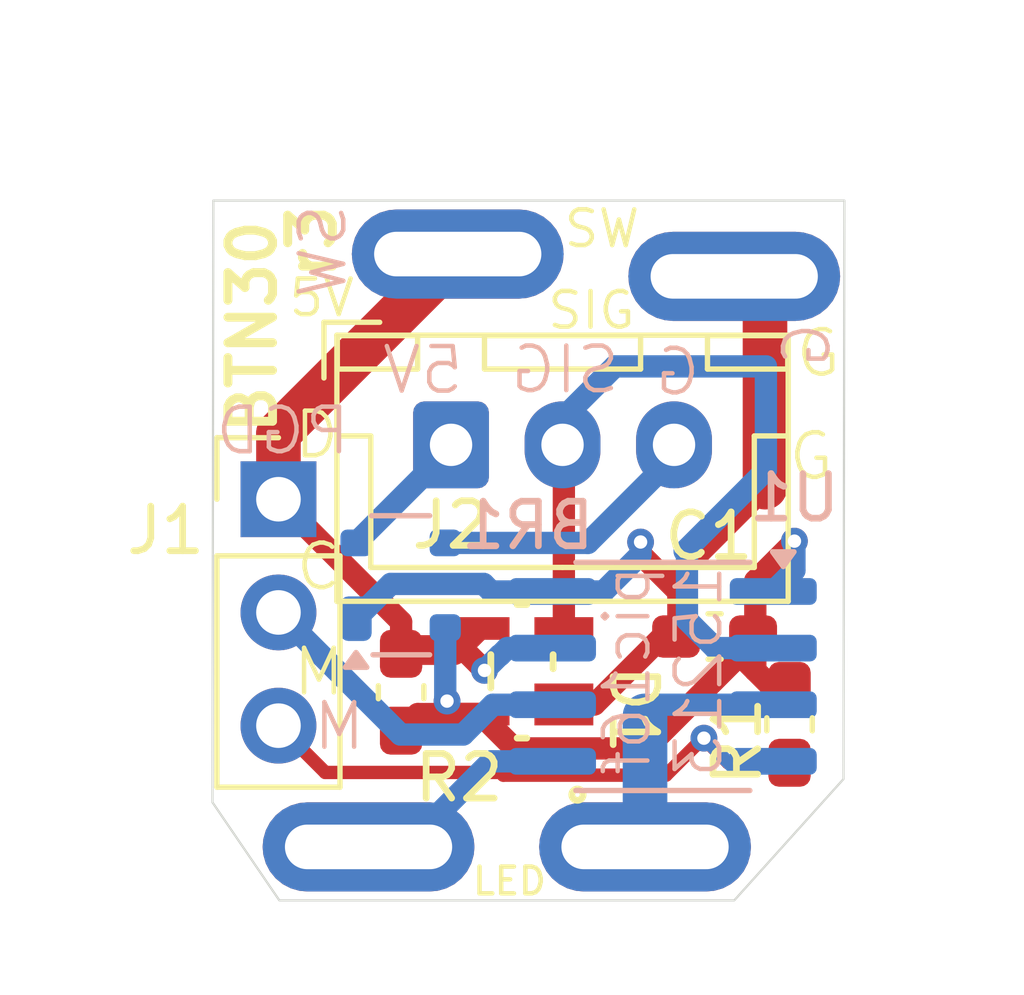
<source format=kicad_pcb>
(kicad_pcb (version 20241229) (generator "pcbnew") (generator_version "9.0")
  (layers (0 "F.Cu" signal) (2 "B.Cu" signal) (13 "F.Paste" user) (15 "B.Paste" user) (5 "F.SilkS" user "F.Silkscreen") (7 "B.SilkS" user "B.Silkscreen") (1 "F.Mask" user) (3 "B.Mask" user) (25 "Edge.Cuts" user))
  (net 0 "")
  (net 1 "/5V")
  (net 2 "/GND")
  (net 3 "/LED0")
  (net 4 "/LED1")
  (net 5 "/PGD")
  (net 6 "/SIGNAL")
  (net 7 "/MCLRn")
  (net 8 "/PGC")
  (net 9 "/5V_PREDIODE")
  (net 10 "/GND_PREDIODE")
  (footprint "Connector_PinHeader_2.54mm:PinHeader_1x03_P2.54mm_Vertical" (layer "F.Cu") (at 91.98 59.2)
    (property "Reference" "J1" (at -2.53 0.7 0) (layer "F.SilkS"))
    (property "Value" "Conn_01x03_Pin")
    (fp_line (start -1.38 -1.38) (end 0 -1.38) (stroke (width 0.12)) (layer "F.SilkS"))
    (fp_line (start -1.38 0) (end -1.38 -1.38) (stroke (width 0.12)) (layer "F.SilkS"))
    (fp_line (start -1.38 1.27) (end -1.38 6.46) (stroke (width 0.12)) (layer "F.SilkS"))
    (fp_line (start -1.38 1.27) (end 1.38 1.27) (stroke (width 0.12)) (layer "F.SilkS"))
    (fp_line (start -1.38 6.46) (end 1.38 6.46) (stroke (width 0.12)) (layer "F.SilkS"))
    (fp_line (start 1.38 1.27) (end 1.38 6.46) (stroke (width 0.12)) (layer "F.SilkS"))
    (pad "1" thru_hole rect (at 0 0) (size 1.7 1.7) (drill 1) (layers "*.Cu" "*.Mask") (net 5 "/PGD"))
    (pad "2" thru_hole circle (at 0 2.54) (size 1.7 1.7) (drill 1) (layers "*.Cu" "*.Mask") (net 8 "/PGC"))
    (pad "3" thru_hole circle (at 0 5.08) (size 1.7 1.7) (drill 1) (layers "*.Cu" "*.Mask") (net 7 "/MCLRn"))
  )
  (footprint "Library:blade_3.75x1" (layer "F.Cu") (at 100.2 67)
    (property "Reference" "J4" (hide yes))
    (property "Value" "Blade_LED")
    (pad "1" thru_hole roundrect (at 0 0) (size 4.75 2) (drill oval 3.75 1) (layers "*.Cu" "*.Mask") (roundrect_rratio 0.5) (net 4 "/LED1"))
  )
  (footprint "Library:blade_3.75x1" (layer "F.Cu") (at 94 67)
    (property "Reference" "J3" (hide yes))
    (property "Value" "Blade_LED")
    (pad "1" thru_hole roundrect (at 0 0) (size 4.75 2) (drill oval 3.75 1) (layers "*.Cu" "*.Mask") (roundrect_rratio 0.5) (net 3 "/LED0"))
  )
  (footprint "Capacitor_SMD:C_0603_1608Metric_Pad1.08x0.95mm_HandSolder" (layer "F.Cu") (at 101.76 62.28 180)
    (property "Reference" "C1" (at 0.13 2.25 0) (layer "F.SilkS"))
    (property "Value" "0.01uF 0603")
    (fp_line (start -0.146267 0.51) (end 0.146267 0.51) (stroke (width 0.12)) (layer "F.SilkS"))
    (fp_line (start -0.146267 -0.51) (end 0.146267 -0.51) (stroke (width 0.12)) (layer "F.SilkS"))
    (pad "1" smd roundrect (at -0.8625 0 180) (size 1.075 0.95) (layers "F.Cu" "F.Mask" "F.Paste") (net 1 "/5V"))
    (pad "2" smd roundrect (at 0.8625 0 180) (size 1.075 0.95) (layers "F.Cu" "F.Mask" "F.Paste") (net 2 "/GND"))
  )
  (footprint "Capacitor_SMD:C_0603_1608Metric_Pad1.08x0.95mm_HandSolder" (layer "F.Cu") (at 94.73 63.53 90)
    (property "Reference" "R2" (at -1.92 1.3 0) (layer "F.SilkS"))
    (property "Value" "10k 0603")
    (fp_line (start -0.146267 -0.51) (end 0.146267 -0.51) (stroke (width 0.12)) (layer "F.SilkS"))
    (fp_line (start -0.146267 0.51) (end 0.146267 0.51) (stroke (width 0.12)) (layer "F.SilkS"))
    (pad "1" smd roundrect (at -0.8625 0 90) (size 1.075 0.95) (layers "F.Cu" "F.Mask" "F.Paste") (net 1 "/5V"))
    (pad "2" smd roundrect (at 0.8625 0 90) (size 1.075 0.95) (layers "F.Cu" "F.Mask" "F.Paste") (net 5 "/PGD"))
  )
  (footprint "Connector_JST:JST_XH_B3B-XH-A_1x03_P2.50mm_Vertical" (layer "F.Cu") (at 95.85 57.98)
    (property "Reference" "J2" (at 0 1.8 0) (layer "F.SilkS"))
    (property "Value" "B3B-XH-A")
    (fp_line (start -2.85 -2.75) (end -2.85 -1.5) (stroke (width 0.12)) (layer "F.SilkS"))
    (fp_line (start -2.56 -2.46) (end -2.56 3.51) (stroke (width 0.12)) (layer "F.SilkS"))
    (fp_line (start -2.56 3.51) (end 7.56 3.51) (stroke (width 0.12)) (layer "F.SilkS"))
    (fp_line (start -2.55 -2.45) (end -2.55 -1.7) (stroke (width 0.12)) (layer "F.SilkS"))
    (fp_line (start -2.55 -1.7) (end -0.75 -1.7) (stroke (width 0.12)) (layer "F.SilkS"))
    (fp_line (start -2.55 -0.2) (end -1.8 -0.2) (stroke (width 0.12)) (layer "F.SilkS"))
    (fp_line (start -1.8 -0.2) (end -1.8 2.75) (stroke (width 0.12)) (layer "F.SilkS"))
    (fp_line (start -1.8 2.75) (end 2.5 2.75) (stroke (width 0.12)) (layer "F.SilkS"))
    (fp_line (start -1.6 -2.75) (end -2.85 -2.75) (stroke (width 0.12)) (layer "F.SilkS"))
    (fp_line (start -0.75 -2.45) (end -2.55 -2.45) (stroke (width 0.12)) (layer "F.SilkS"))
    (fp_line (start -0.75 -1.7) (end -0.75 -2.45) (stroke (width 0.12)) (layer "F.SilkS"))
    (fp_line (start 0.75 -2.45) (end 0.75 -1.7) (stroke (width 0.12)) (layer "F.SilkS"))
    (fp_line (start 0.75 -1.7) (end 4.25 -1.7) (stroke (width 0.12)) (layer "F.SilkS"))
    (fp_line (start 4.25 -2.45) (end 0.75 -2.45) (stroke (width 0.12)) (layer "F.SilkS"))
    (fp_line (start 4.25 -1.7) (end 4.25 -2.45) (stroke (width 0.12)) (layer "F.SilkS"))
    (fp_line (start 5.75 -2.45) (end 5.75 -1.7) (stroke (width 0.12)) (layer "F.SilkS"))
    (fp_line (start 5.75 -1.7) (end 7.55 -1.7) (stroke (width 0.12)) (layer "F.SilkS"))
    (fp_line (start 6.8 -0.2) (end 6.8 2.75) (stroke (width 0.12)) (layer "F.SilkS"))
    (fp_line (start 6.8 2.75) (end 2.5 2.75) (stroke (width 0.12)) (layer "F.SilkS"))
    (fp_line (start 7.55 -2.45) (end 5.75 -2.45) (stroke (width 0.12)) (layer "F.SilkS"))
    (fp_line (start 7.55 -1.7) (end 7.55 -2.45) (stroke (width 0.12)) (layer "F.SilkS"))
    (fp_line (start 7.55 -0.2) (end 6.8 -0.2) (stroke (width 0.12)) (layer "F.SilkS"))
    (fp_line (start 7.56 -2.46) (end -2.56 -2.46) (stroke (width 0.12)) (layer "F.SilkS"))
    (fp_line (start 7.56 3.51) (end 7.56 -2.46) (stroke (width 0.12)) (layer "F.SilkS"))
    (pad "1" thru_hole roundrect (at 0 0) (size 1.7 1.95) (drill 0.95) (layers "*.Cu" "*.Mask") (roundrect_rratio 0.147059) (net 9 "/5V_PREDIODE"))
    (pad "2" thru_hole oval (at 2.5 0) (size 1.7 1.95) (drill 0.95) (layers "*.Cu" "*.Mask") (net 6 "/SIGNAL"))
    (pad "3" thru_hole oval (at 5 0) (size 1.7 1.95) (drill 0.95) (layers "*.Cu" "*.Mask") (net 10 "/GND_PREDIODE"))
  )
  (footprint "Library:blade_3.75x1" (layer "F.Cu") (at 95.4 54.3)
    (property "Reference" "J6" (hide yes))
    (property "Value" "Blade_SW")
    (pad "1" thru_hole roundrect (at 0.6 -0.6) (size 4.75 2) (drill oval 3.75 1) (layers "*.Cu" "*.Mask") (roundrect_rratio 0.5) (net 5 "/PGD"))
  )
  (footprint "Capacitor_SMD:C_0603_1608Metric_Pad1.08x0.95mm_HandSolder" (layer "F.Cu") (at 103.44 64.25 -90)
    (property "Reference" "R1" (at 0.38 1.17 90) (layer "F.SilkS"))
    (property "Value" "10k 0603")
    (fp_line (start -0.146267 0.51) (end 0.146267 0.51) (stroke (width 0.12)) (layer "F.SilkS"))
    (fp_line (start -0.146267 -0.51) (end 0.146267 -0.51) (stroke (width 0.12)) (layer "F.SilkS"))
    (pad "1" smd roundrect (at -0.8625 0 270) (size 1.075 0.95) (layers "F.Cu" "F.Mask" "F.Paste") (net 1 "/5V"))
    (pad "2" smd roundrect (at 0.8625 0 270) (size 1.075 0.95) (layers "F.Cu" "F.Mask" "F.Paste") (net 7 "/MCLRn"))
  )
  (footprint "footprints:SOT143_DIO" (layer "F.Cu") (at 97.44 63.06 90)
    (property "Reference" "D1" (at -0.86 2.5 270) (layer "F.SilkS"))
    (property "Value" "DRTR5V0U2SR-7")
    (fp_line (start -0.373261 -0.6985) (end 0.373261 -0.6985) (stroke (width 0.1524)) (layer "F.SilkS"))
    (fp_line (start 1.4986 -0.107008) (end 1.4986 0.107009) (stroke (width 0.1524)) (layer "F.SilkS"))
    (fp_line (start -1.4986 0.107009) (end -1.4986 -0.107008) (stroke (width 0.1524)) (layer "F.SilkS"))
    (fp_line (start 0.37326 0.6985) (end 0.05854 0.6985) (stroke (width 0.1524)) (layer "F.SilkS"))
    (fp_circle (center -2.7686 1.2446) (end -2.6416 1.2446) (stroke (width 0.1524)) (fill no) (layer "F.SilkS"))
    (pad "1" smd rect (at -0.7441 0.9398 90) (size 0.9398 1.3208) (layers "F.Cu" "F.Mask" "F.Paste") (net 2 "/GND"))
    (pad "2" smd rect (at 0.96 0.9398 90) (size 0.508 1.3208) (layers "F.Cu" "F.Mask" "F.Paste") (net 6 "/SIGNAL"))
    (pad "3" smd rect (at 0.960001 -0.9398 90) (size 0.508 1.3208) (layers "F.Cu" "F.Mask" "F.Paste") (net 5 "/PGD"))
    (pad "4" smd rect (at -0.960001 -0.9398 90) (size 0.508 1.3208) (layers "F.Cu" "F.Mask" "F.Paste") (net 1 "/5V"))
  )
  (footprint "Library:blade_3.75x1" (layer "F.Cu") (at 101.7 55.5)
    (property "Reference" "J5" (hide yes))
    (property "Value" "Blade_SW")
    (pad "1" thru_hole roundrect (at 0.5 -1.3) (size 4.75 2) (drill oval 3.75 1) (layers "*.Cu" "*.Mask") (roundrect_rratio 0.5) (net 2 "/GND"))
  )
  (footprint "Package_SO:SOIC-8_3.9x4.9mm_P1.27mm" (layer "B.Cu") (at 100.6 63.175 180)
    (property "Reference" "U1" (at -2.95 4.005 0) (layer "B.SilkS") (effects (justify mirror)))
    (property "Value" "PIC16F15213-I/SN")
    (fp_line (start 0 2.56) (end 1.95 2.56) (stroke (width 0.12)) (layer "B.SilkS"))
    (fp_line (start 0 2.56) (end -1.95 2.56) (stroke (width 0.12)) (layer "B.SilkS"))
    (fp_line (start 0 -2.56) (end 1.95 -2.56) (stroke (width 0.12)) (layer "B.SilkS"))
    (fp_line (start 0 -2.56) (end -1.95 -2.56) (stroke (width 0.12)) (layer "B.SilkS"))
    (fp_poly (pts (xy -2.7 2.465) (xy -2.94 2.795) (xy -2.46 2.795)) (stroke (width 0.12)) (fill yes) (layer "B.SilkS"))
    (pad "1" smd roundrect (at -2.475 1.905 180) (size 1.95 0.6) (layers "B.Cu" "B.Mask" "B.Paste") (net 1 "/5V"))
    (pad "2" smd roundrect (at -2.475 0.635 180) (size 1.95 0.6) (layers "B.Cu" "B.Mask" "B.Paste") (net 6 "/SIGNAL"))
    (pad "3" smd roundrect (at -2.475 -0.635 180) (size 1.95 0.6) (layers "B.Cu" "B.Mask" "B.Paste") (net 4 "/LED1"))
    (pad "4" smd roundrect (at -2.475 -1.905 180) (size 1.95 0.6) (layers "B.Cu" "B.Mask" "B.Paste") (net 7 "/MCLRn"))
    (pad "5" smd roundrect (at 2.475 -1.905 180) (size 1.95 0.6) (layers "B.Cu" "B.Mask" "B.Paste") (net 3 "/LED0"))
    (pad "6" smd roundrect (at 2.475 -0.635 180) (size 1.95 0.6) (layers "B.Cu" "B.Mask" "B.Paste") (net 8 "/PGC"))
    (pad "7" smd roundrect (at 2.475 0.635 180) (size 1.95 0.6) (layers "B.Cu" "B.Mask" "B.Paste") (net 5 "/PGD"))
    (pad "8" smd roundrect (at 2.475 1.905 180) (size 1.95 0.6) (layers "B.Cu" "B.Mask" "B.Paste") (net 2 "/GND"))
  )
  (footprint "Package_TO_SOT_SMD:SOT-143" (layer "B.Cu") (at 94.72 61.13)
    (property "Reference" "BR1" (at 2.85 -1.34 180) (layer "B.SilkS") (effects (justify mirror)))
    (property "Value" "BAS3007")
    (fp_line (start -0.65 -1.56) (end 0.65 -1.56) (stroke (width 0.12)) (layer "B.SilkS"))
    (fp_line (start 0.65 1.56) (end -0.62 1.56) (stroke (width 0.12)) (layer "B.SilkS"))
    (fp_poly (pts (xy -1 1.51) (xy -1.24 1.84) (xy -0.76 1.84) (xy -1 1.51)) (stroke (width 0.12)) (fill yes) (layer "B.SilkS"))
    (pad "1" smd roundrect (at -1 0.75) (size 0.7 1) (layers "B.Cu" "B.Mask" "B.Paste") (net 2 "/GND"))
    (pad "2" smd roundrect (at -1 -0.95) (size 0.7 0.6) (layers "B.Cu" "B.Mask" "B.Paste") (net 9 "/5V_PREDIODE"))
    (pad "3" smd roundrect (at 1 -0.95) (size 0.7 0.6) (layers "B.Cu" "B.Mask" "B.Paste") (net 10 "/GND_PREDIODE"))
    (pad "4" smd roundrect (at 1 0.95) (size 0.7 0.6) (layers "B.Cu" "B.Mask" "B.Paste") (net 1 "/5V"))
  )
  (gr_poly (pts (xy 92 68.2) (xy 90.5 66) (xy 90.52 52.5) (xy 104.67 52.5) (xy 104.65 65.477778) (xy 102.2 68.2)) (stroke (width 0.05)) (fill no) (layer "Edge.Cuts"))
  (gr_text "SIG" (at 97.96 55.43 0) (layer "F.SilkS") (effects (font (size 0.8 0.8) (thickness 0.1)) (justify left bottom)))
  (gr_text "C" (at 92.31 61.3 0) (layer "F.SilkS") (effects (font (size 1 1) (thickness 0.1)) (justify left bottom)))
  (gr_text "SW" (at 98.33 53.6 0) (layer "F.SilkS") (effects (font (size 0.8 0.8) (thickness 0.1)) (justify left bottom)))
  (gr_text "BTN30" (at 91.98 57.82 90) (layer "F.SilkS") (effects (font (size 1 1) (thickness 0.2) (bold yes)) (justify left bottom)))
  (gr_text "G" (at 103.36 58.825 0) (layer "F.SilkS") (effects (font (size 1 1) (thickness 0.1)) (justify left bottom)))
  (gr_text "r3" (at 93.32 54.34 90) (layer "F.SilkS") (effects (font (size 1 1) (thickness 0.2) (bold yes)) (justify left bottom)))
  (gr_text "G" (at 103.52 56.51 0) (layer "F.SilkS") (effects (font (size 1 1) (thickness 0.1)) (justify left bottom)))
  (gr_text "LED" (at 96.28 68.12 0) (layer "F.SilkS") (effects (font (size 0.6 0.6) (thickness 0.1)) (justify left bottom)))
  (gr_text "M" (at 92.25 63.66 0) (layer "F.SilkS") (effects (font (size 1 1) (thickness 0.1)) (justify left bottom)))
  (gr_text "D" (at 92.27 58.34 0) (layer "F.SilkS") (effects (font (size 1 1) (thickness 0.1)) (justify left bottom)))
  (gr_text "5V" (at 92.16 55.15 0) (layer "F.SilkS") (effects (font (size 0.8 0.8) (thickness 0.1)) (justify left bottom)))
  (gr_text "pic16f\n15213" (at 101.99 60.615 90) (layer "B.SilkS") (effects (font (size 1 1) (thickness 0.1)) (justify left bottom mirror)))
  (gr_text "PGD" (at 93.64 58.25 0) (layer "B.SilkS") (effects (font (size 1 1) (thickness 0.1)) (justify left bottom mirror)))
  (gr_text "G" (at 101.5 56.93 0) (layer "B.SilkS") (effects (font (size 1 1) (thickness 0.1)) (justify left bottom mirror)))
  (gr_text "SW" (at 93.56 52.52 90) (layer "B.SilkS") (effects (font (size 1 1) (thickness 0.1)) (justify left bottom mirror)))
  (gr_text "5V" (at 96.19 56.89 0) (layer "B.SilkS") (effects (font (size 1 1) (thickness 0.1)) (justify left bottom mirror)))
  (gr_text "SIG" (at 99.69 56.88 0) (layer "B.SilkS") (effects (font (size 1 1) (thickness 0.1)) (justify left bottom mirror)))
  (gr_text "G" (at 104.42 55.17 90) (layer "B.SilkS") (effects (font (size 1 1) (thickness 0.1)) (justify left bottom mirror)))
  (gr_text "M" (at 93.98 64.88 0) (layer "B.SilkS") (effects (font (size 1 1) (thickness 0.1)) (justify left bottom mirror)))
  (segment (start 102.32375 62.69625) (end 102.6725 63.045) (width 0.5) (layer "F.Cu") (net 1))
  (segment (start 97.270199 64.79) (end 100.23 64.79) (width 0.5) (layer "F.Cu") (net 1))
  (segment (start 102.6725 61.0275) (end 103.56 60.14) (width 0.5) (layer "F.Cu") (net 1))
  (segment (start 96.5002 64.020001) (end 95.102499 64.020001) (width 0.5) (layer "F.Cu") (net 1))
  (segment (start 94.757501 64.420001) (end 94.73 64.3925) (width 0.5) (layer "F.Cu") (net 1))
  (segment (start 103.015 63.3875) (end 102.6725 63.045) (width 0.5) (layer "F.Cu") (net 1))
  (segment (start 103.44 63.3875) (end 103.015 63.3875) (width 0.5) (layer "F.Cu") (net 1))
  (segment (start 95.102499 64.020001) (end 94.73 64.3925) (width 0.5) (layer "F.Cu") (net 1))
  (segment (start 103.56 60.14) (end 103.55 60.14) (width 0.5) (layer "F.Cu") (net 1))
  (segment (start 100.23 64.79) (end 102.32375 62.69625) (width 0.5) (layer "F.Cu") (net 1))
  (segment (start 96.5002 64.020001) (end 97.270199 64.79) (width 0.5) (layer "F.Cu") (net 1))
  (segment (start 102.6725 63.045) (end 102.6725 61.0275) (width 0.5) (layer "F.Cu") (net 1))
  (via (at 95.76 63.729) (size 0.6) (drill 0.3) (layers "F.Cu" "B.Cu") (net 1))
  (via (at 103.55 60.14) (size 0.6) (drill 0.3) (layers "F.Cu" "B.Cu") (net 1))
  (segment (start 95.72 63.66) (end 95.81 63.75) (width 0.5) (layer "B.Cu") (net 1))
  (segment (start 103.55 60.795) (end 103.075 61.27) (width 0.5) (layer "B.Cu") (net 1))
  (segment (start 95.781 63.75) (end 95.76 63.729) (width 0.5) (layer "B.Cu") (net 1))
  (segment (start 103.55 60.14) (end 103.55 60.795) (width 0.5) (layer "B.Cu") (net 1))
  (segment (start 95.81 63.75) (end 95.781 63.75) (width 0.5) (layer "B.Cu") (net 1))
  (segment (start 95.72 62.08) (end 95.72 63.66) (width 0.5) (layer "B.Cu") (net 1))
  (segment (start 102.89 58.93) (end 102.89 54.89) (width 1) (layer "F.Cu") (net 2))
  (segment (start 100.9475 61.9225) (end 99.0659 63.8041) (width 0.5) (layer "F.Cu") (net 2))
  (segment (start 100.9475 61.28) (end 100.9475 60.8725) (width 0.5) (layer "F.Cu") (net 2))
  (segment (start 100.1 60.16) (end 100.1 60.4325) (width 0.5) (layer "F.Cu") (net 2))
  (segment (start 100.9475 61.28) (end 100.9475 61.9225) (width 0.5) (layer "F.Cu") (net 2))
  (segment (start 100.9475 60.8725) (end 102.89 58.93) (width 0.5) (layer "F.Cu") (net 2))
  (segment (start 100.1 60.4325) (end 100.9475 61.28) (width 0.5) (layer "F.Cu") (net 2))
  (segment (start 102.89 54.89) (end 102.2 54.2) (width 0.5) (layer "F.Cu") (net 2))
  (segment (start 99.0659 63.8041) (end 98.3798 63.8041) (width 0.5) (layer "F.Cu") (net 2))
  (segment (start 101.451058 53.899) (end 101.948942 53.899) (width 0.3) (layer "F.Cu") (net 2))
  (via (at 100.1 60.16) (size 0.6) (drill 0.3) (layers "F.Cu" "B.Cu") (net 2))
  (segment (start 94.5 61.1) (end 93.72 61.88) (width 0.5) (layer "B.Cu") (net 2))
  (segment (start 100.1 60.16) (end 100.1 60.44) (width 0.5) (layer "B.Cu") (net 2))
  (segment (start 98.125 61.27) (end 96.75 61.27) (width 0.5) (layer "B.Cu") (net 2))
  (segment (start 99.27 61.27) (end 98.125 61.27) (width 0.5) (layer "B.Cu") (net 2))
  (segment (start 100.1 60.44) (end 99.27 61.27) (width 0.5) (layer "B.Cu") (net 2))
  (segment (start 96.58 61.1) (end 94.5 61.1) (width 0.5) (layer "B.Cu") (net 2))
  (segment (start 96.75 61.27) (end 96.58 61.1) (width 0.5) (layer "B.Cu") (net 2))
  (segment (start 94.1 66.9) (end 94 67) (width 0.3) (layer "F.Cu") (net 3))
  (segment (start 94.83 67) (end 94 67) (width 0.5) (layer "B.Cu") (net 3))
  (segment (start 96.75 65.08) (end 94.83 67) (width 0.5) (layer "B.Cu") (net 3))
  (segment (start 98.125 65.08) (end 96.75 65.08) (width 0.5) (layer "B.Cu") (net 3))
  (segment (start 100.2 64.06) (end 100.45 63.81) (width 0.5) (layer "B.Cu") (net 4))
  (segment (start 100.45 63.81) (end 103.075 63.81) (width 0.5) (layer "B.Cu") (net 4))
  (segment (start 100.2 67) (end 98.16 67) (width 0.5) (layer "B.Cu") (net 4))
  (segment (start 100.2 67) (end 100.2 64.06) (width 1) (layer "B.Cu") (net 4))
  (segment (start 96.6 63.04) (end 96.059999 62.499999) (width 0.5) (layer "F.Cu") (net 5))
  (segment (start 94.897501 62.499999) (end 94.73 62.6675) (width 0.5) (layer "F.Cu") (net 5))
  (segment (start 91.98 57.72) (end 91.98 59.2) (width 1) (layer "F.Cu") (net 5))
  (segment (start 94.73 61.95) (end 91.98 59.2) (width 0.5) (layer "F.Cu") (net 5))
  (segment (start 94.73 62.6675) (end 94.73 61.95) (width 0.5) (layer "F.Cu") (net 5))
  (segment (start 95.932699 62.6675) (end 96.5002 62.099999) (width 0.5) (layer "F.Cu") (net 5))
  (segment (start 96.059999 62.499999) (end 94.897501 62.499999) (width 0.5) (layer "F.Cu") (net 5))
  (segment (start 96 53.7) (end 91.98 57.72) (width 1) (layer "F.Cu") (net 5))
  (segment (start 94.73 62.6675) (end 95.932699 62.6675) (width 0.5) (layer "F.Cu") (net 5))
  (via (at 96.6 63.04) (size 0.6) (drill 0.3) (layers "F.Cu" "B.Cu") (net 5))
  (segment (start 95.4 54.3) (end 97.4 54.3) (width 0.5) (layer "B.Cu") (net 5))
  (segment (start 96.94 62.7) (end 96.95 62.7) (width 0.5) (layer "B.Cu") (net 5))
  (segment (start 97.4 54.3) (end 97.7 54.3) (width 0.5) (layer "B.Cu") (net 5))
  (segment (start 97.11 62.54) (end 98.125 62.54) (width 0.5) (layer "B.Cu") (net 5))
  (segment (start 96.6 63.04) (end 96.94 62.7) (width 0.5) (layer "B.Cu") (net 5))
  (segment (start 96.95 62.7) (end 97.11 62.54) (width 0.5) (layer "B.Cu") (net 5))
  (segment (start 98.3798 58.0098) (end 98.35 57.98) (width 0.5) (layer "F.Cu") (net 6))
  (segment (start 98.3798 62.1) (end 98.3798 58.0098) (width 0.5) (layer "F.Cu") (net 6))
  (segment (start 102.91 56.22) (end 99.52 56.22) (width 0.5) (layer "B.Cu") (net 6))
  (segment (start 99.52 56.22) (end 98.35 57.39) (width 0.5) (layer "B.Cu") (net 6))
  (segment (start 103.075 62.54) (end 101.77 62.54) (width 0.5) (layer "B.Cu") (net 6))
  (segment (start 101.14 60.42) (end 101.09 60.37) (width 0.5) (layer "B.Cu") (net 6))
  (segment (start 102.91 58.55) (end 102.91 56.22) (width 0.5) (layer "B.Cu") (net 6))
  (segment (start 98.35 57.39) (end 98.35 57.98) (width 0.5) (layer "B.Cu") (net 6))
  (segment (start 101.09 60.37) (end 102.91 58.55) (width 0.5) (layer "B.Cu") (net 6))
  (segment (start 101.14 61.91) (end 101.14 60.42) (width 0.5) (layer "B.Cu") (net 6))
  (segment (start 101.77 62.54) (end 101.14 61.91) (width 0.5) (layer "B.Cu") (net 6))
  (segment (start 96.960257 65.33) (end 93.03 65.33) (width 0.3) (layer "F.Cu") (net 7))
  (segment (start 93.03 65.33) (end 91.98 64.28) (width 0.3) (layer "F.Cu") (net 7))
  (segment (start 101.520331 64.560331) (end 101.520331 64.570331) (width 0.3) (layer "F.Cu") (net 7))
  (segment (start 102.0625 65.1125) (end 103.44 65.1125) (width 0.3) (layer "F.Cu") (net 7))
  (segment (start 101.520331 64.570331) (end 102.0625 65.1125) (width 0.3) (layer "F.Cu") (net 7))
  (segment (start 101.520331 64.560331) (end 101.499669 64.560331) (width 0.3) (layer "F.Cu") (net 7))
  (segment (start 101.499669 64.560331) (end 100.669 65.391) (width 0.3) (layer "F.Cu") (net 7))
  (segment (start 97.021257 65.391) (end 96.960257 65.33) (width 0.3) (layer "F.Cu") (net 7))
  (segment (start 100.669 65.391) (end 97.021257 65.391) (width 0.3) (layer "F.Cu") (net 7))
  (via (at 101.520331 64.560331) (size 0.6) (drill 0.3) (layers "F.Cu" "B.Cu") (net 7))
  (segment (start 101.520331 64.560331) (end 102.166926 65.206926) (width 0.3) (layer "B.Cu") (net 7))
  (segment (start 102.948074 65.206926) (end 103.075 65.08) (width 0.3) (layer "B.Cu") (net 7))
  (segment (start 102.166926 65.206926) (end 102.948074 65.206926) (width 0.3) (layer "B.Cu") (net 7))
  (segment (start 96.121 64.479) (end 94.719 64.479) (width 0.5) (layer "B.Cu") (net 8))
  (segment (start 98.125 63.81) (end 96.79 63.81) (width 0.5) (layer "B.Cu") (net 8))
  (segment (start 96.79 63.81) (end 96.121 64.479) (width 0.5) (layer "B.Cu") (net 8))
  (segment (start 94.719 64.479) (end 91.98 61.74) (width 0.5) (layer "B.Cu") (net 8))
  (segment (start 95.8 58.3) (end 95.6 58.3) (width 0.3) (layer "B.Cu") (net 9))
  (segment (start 95.72 58.38) (end 95.8 58.3) (width 0.3) (layer "B.Cu") (net 9))
  (segment (start 95.6 58.3) (end 93.72 60.18) (width 0.5) (layer "B.Cu") (net 9))
  (segment (start 100.6 58.3) (end 100.8 58.3) (width 0.3) (layer "F.Cu") (net 10))
  (segment (start 95.72 60.18) (end 98.92 60.18) (width 0.5) (layer "B.Cu") (net 10))
  (segment (start 98.92 60.18) (end 100.8 58.3) (width 0.5) (layer "B.Cu") (net 10))
)
</source>
